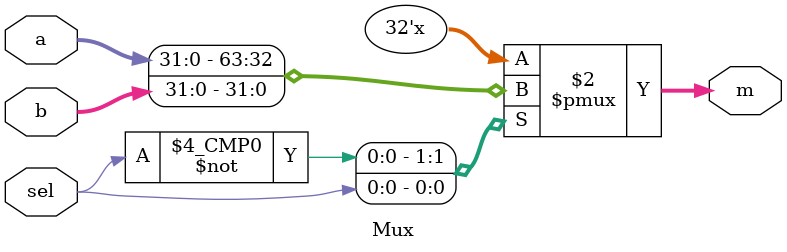
<source format=v>
`timescale 1ns / 1ps


module Mux(
        input  sel,
        input  [31:0] a,b,
        output reg [31:0] m
    );
    
    always@*
    begin
        case (sel)
            1'b0: m = a;
            1'b1: m = b;
        endcase
    end
    
endmodule

</source>
